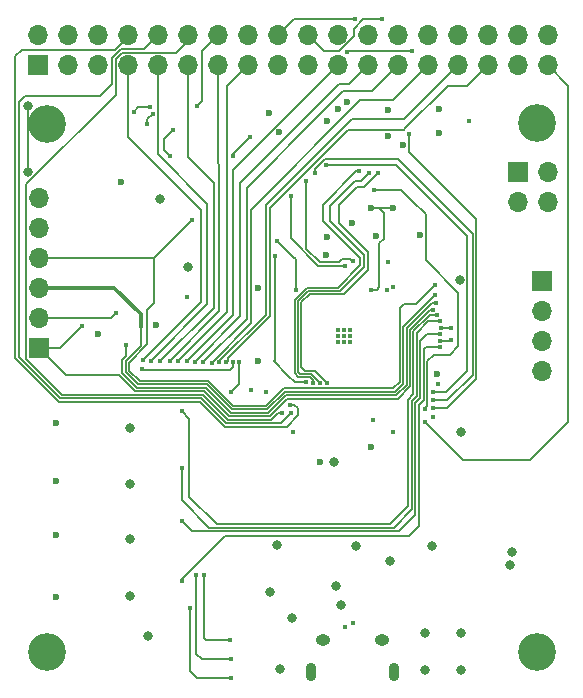
<source format=gbr>
%TF.GenerationSoftware,KiCad,Pcbnew,(5.1.7)-1*%
%TF.CreationDate,2020-10-28T20:28:28+01:00*%
%TF.ProjectId,f1c100s,66316331-3030-4732-9e6b-696361645f70,rev?*%
%TF.SameCoordinates,Original*%
%TF.FileFunction,Copper,L4,Bot*%
%TF.FilePolarity,Positive*%
%FSLAX46Y46*%
G04 Gerber Fmt 4.6, Leading zero omitted, Abs format (unit mm)*
G04 Created by KiCad (PCBNEW (5.1.7)-1) date 2020-10-28 20:28:28*
%MOMM*%
%LPD*%
G01*
G04 APERTURE LIST*
%TA.AperFunction,ComponentPad*%
%ADD10C,3.200000*%
%TD*%
%TA.AperFunction,ComponentPad*%
%ADD11O,1.700000X1.700000*%
%TD*%
%TA.AperFunction,ComponentPad*%
%ADD12R,1.700000X1.700000*%
%TD*%
%TA.AperFunction,ComponentPad*%
%ADD13O,0.890000X1.550000*%
%TD*%
%TA.AperFunction,ComponentPad*%
%ADD14O,1.250000X0.950000*%
%TD*%
%TA.AperFunction,ViaPad*%
%ADD15C,0.450000*%
%TD*%
%TA.AperFunction,ViaPad*%
%ADD16C,0.800000*%
%TD*%
%TA.AperFunction,ViaPad*%
%ADD17C,0.600000*%
%TD*%
%TA.AperFunction,Conductor*%
%ADD18C,0.200000*%
%TD*%
%TA.AperFunction,Conductor*%
%ADD19C,0.127000*%
%TD*%
%TA.AperFunction,Conductor*%
%ADD20C,0.300000*%
%TD*%
G04 APERTURE END LIST*
D10*
%TO.P,REF\u002A\u002A,1*%
%TO.N,GND*%
X190855600Y-97622360D03*
%TD*%
%TO.P,REF\u002A\u002A,*%
%TO.N,GND*%
X149418040Y-97693480D03*
%TD*%
%TO.P,REF\u002A\u002A,1*%
%TO.N,GND*%
X149418040Y-52948840D03*
%TD*%
%TO.P,REF\u002A\u002A,1*%
%TO.N,GND*%
X190855600Y-52877720D03*
%TD*%
D11*
%TO.P,J5,4*%
%TO.N,GND*%
X191325500Y-73875900D03*
%TO.P,J5,3*%
X191325500Y-71335900D03*
%TO.P,J5,2*%
%TO.N,UART0_TX*%
X191325500Y-68795900D03*
D12*
%TO.P,J5,1*%
%TO.N,UART0_RX*%
X191325500Y-66255900D03*
%TD*%
D11*
%TO.P,J4,4*%
%TO.N,TPX2*%
X191815720Y-59563000D03*
%TO.P,J4,3*%
%TO.N,TPY2*%
X189275720Y-59563000D03*
%TO.P,J4,2*%
%TO.N,TPX1*%
X191815720Y-57023000D03*
D12*
%TO.P,J4,1*%
%TO.N,TPY1*%
X189275720Y-57023000D03*
%TD*%
D11*
%TO.P,J2,36*%
%TO.N,GND*%
X191785240Y-45430440D03*
%TO.P,J2,35*%
%TO.N,LCD_D17*%
X191785240Y-47970440D03*
%TO.P,J2,34*%
%TO.N,GND*%
X189245240Y-45430440D03*
%TO.P,J2,33*%
%TO.N,LCD_D16*%
X189245240Y-47970440D03*
%TO.P,J2,32*%
%TO.N,GND*%
X186705240Y-45430440D03*
%TO.P,J2,31*%
%TO.N,LCD_D15*%
X186705240Y-47970440D03*
%TO.P,J2,30*%
%TO.N,+2V8*%
X184165240Y-45430440D03*
%TO.P,J2,29*%
%TO.N,LCD_D14*%
X184165240Y-47970440D03*
%TO.P,J2,28*%
%TO.N,+2V8*%
X181625240Y-45430440D03*
%TO.P,J2,27*%
%TO.N,LCD_D13*%
X181625240Y-47970440D03*
%TO.P,J2,26*%
%TO.N,+3V3*%
X179085240Y-45430440D03*
%TO.P,J2,25*%
%TO.N,LCD_D12*%
X179085240Y-47970440D03*
%TO.P,J2,24*%
%TO.N,+3V3*%
X176545240Y-45430440D03*
%TO.P,J2,23*%
%TO.N,LCD_D11*%
X176545240Y-47970440D03*
%TO.P,J2,22*%
%TO.N,+5V*%
X174005240Y-45430440D03*
%TO.P,J2,21*%
%TO.N,LCD_D10*%
X174005240Y-47970440D03*
%TO.P,J2,20*%
%TO.N,LCD_VSYNC*%
X171465240Y-45430440D03*
%TO.P,J2,19*%
%TO.N,LCD_D9*%
X171465240Y-47970440D03*
%TO.P,J2,18*%
%TO.N,LCD_HSYNC*%
X168925240Y-45430440D03*
%TO.P,J2,17*%
%TO.N,LCD_D8*%
X168925240Y-47970440D03*
%TO.P,J2,16*%
%TO.N,LCD_DE*%
X166385240Y-45430440D03*
%TO.P,J2,15*%
%TO.N,LCD_D7*%
X166385240Y-47970440D03*
%TO.P,J2,14*%
%TO.N,LCD_CLK*%
X163845240Y-45430440D03*
%TO.P,J2,13*%
%TO.N,LCD_D6*%
X163845240Y-47970440D03*
%TO.P,J2,12*%
%TO.N,LCD_D23*%
X161305240Y-45430440D03*
%TO.P,J2,11*%
%TO.N,LCD_D5*%
X161305240Y-47970440D03*
%TO.P,J2,10*%
%TO.N,LCD_D22*%
X158765240Y-45430440D03*
%TO.P,J2,9*%
%TO.N,LCD_D4*%
X158765240Y-47970440D03*
%TO.P,J2,8*%
%TO.N,LCD_D21*%
X156225240Y-45430440D03*
%TO.P,J2,7*%
%TO.N,LCD_D3*%
X156225240Y-47970440D03*
%TO.P,J2,6*%
%TO.N,LCD_D20*%
X153685240Y-45430440D03*
%TO.P,J2,5*%
%TO.N,LCD_D2*%
X153685240Y-47970440D03*
%TO.P,J2,4*%
%TO.N,LCD_D19*%
X151145240Y-45430440D03*
%TO.P,J2,3*%
%TO.N,LCD_D1*%
X151145240Y-47970440D03*
%TO.P,J2,2*%
%TO.N,LCD_D18*%
X148605240Y-45430440D03*
D12*
%TO.P,J2,1*%
%TO.N,LCD_D0*%
X148605240Y-47970440D03*
%TD*%
D11*
%TO.P,J3,6*%
%TO.N,GND*%
X148678900Y-59182000D03*
%TO.P,J3,5*%
X148678900Y-61722000D03*
%TO.P,J3,4*%
%TO.N,SPI0_MOSI*%
X148678900Y-64262000D03*
%TO.P,J3,3*%
%TO.N,SPI0_MISO*%
X148678900Y-66802000D03*
%TO.P,J3,2*%
%TO.N,SPI0_CS*%
X148678900Y-69342000D03*
D12*
%TO.P,J3,1*%
%TO.N,SPI0_CLK*%
X148678900Y-71882000D03*
%TD*%
D13*
%TO.P,J1,6*%
%TO.N,GND*%
X178734600Y-99369400D03*
X171734600Y-99369400D03*
D14*
X177734600Y-96669400D03*
X172734600Y-96669400D03*
%TD*%
D15*
%TO.N,GND*%
X174023400Y-70391400D03*
X174023400Y-70891400D03*
X175023400Y-70391400D03*
X174523400Y-70391400D03*
D16*
X173857920Y-92049600D03*
X168259760Y-92577920D03*
X156367480Y-78658720D03*
X156367480Y-83418680D03*
X156377640Y-88117680D03*
X156403040Y-92953840D03*
X161274760Y-65069720D03*
X158927800Y-59298840D03*
X184398920Y-79034640D03*
X184348120Y-66136520D03*
D17*
X182366920Y-74107040D03*
X176819560Y-80289400D03*
X172491400Y-81534000D03*
X180934360Y-62367160D03*
X177273275Y-62394155D03*
D15*
X176971960Y-78008480D03*
X185130440Y-52725320D03*
X175023400Y-70891400D03*
X175023400Y-71391400D03*
X174523400Y-71391400D03*
X174523400Y-70891400D03*
X174023400Y-71391400D03*
X161244280Y-67635120D03*
X166613840Y-75483720D03*
D16*
X188615320Y-90317320D03*
X178429920Y-89931240D03*
X170103800Y-94747080D03*
D17*
X174812960Y-51084480D03*
X179560440Y-54696360D03*
X168188640Y-52009040D03*
X168997403Y-53671243D03*
X173080680Y-62499240D03*
D16*
%TO.N,+1V2*%
X188732160Y-89148920D03*
X184444640Y-99146360D03*
D15*
X178236880Y-64597280D03*
X170205400Y-79029560D03*
X178658520Y-79049880D03*
D16*
%TO.N,+2V8*%
X175564800Y-88656160D03*
D17*
X173012100Y-64076580D03*
X182577740Y-53677820D03*
X182577740Y-51716940D03*
D16*
X181345840Y-96047560D03*
%TO.N,+2V5*%
X181985920Y-88671400D03*
X173695360Y-81610200D03*
X184444640Y-96047560D03*
%TO.N,+3V3*%
X168864280Y-88585040D03*
X157932120Y-96337120D03*
D17*
X167203120Y-73025000D03*
X167203120Y-66862960D03*
X175173640Y-61320680D03*
X153654760Y-70774560D03*
X158600140Y-69994780D03*
X155660090Y-57862470D03*
X178249580Y-53957220D03*
X178221640Y-51727100D03*
X150144480Y-78229460D03*
X150144480Y-83210400D03*
X150144480Y-87754460D03*
X150144480Y-93004640D03*
D16*
X181345840Y-99146360D03*
D15*
X182448200Y-74970640D03*
%TO.N,/MPU/TV_VRP*%
X174619920Y-64963040D03*
X170027600Y-59060080D03*
%TO.N,/MPU/TV_VRN*%
X175265080Y-64591580D03*
X171338240Y-57795160D03*
D17*
%TO.N,Net-(C22-Pad1)*%
X176773840Y-60071000D03*
X178704240Y-60040520D03*
D15*
X176824640Y-66989960D03*
D16*
%TO.N,+5V*%
X174249080Y-93700600D03*
X169138600Y-99085400D03*
D17*
X173080680Y-52679600D03*
X174056040Y-51704240D03*
D15*
%TO.N,DEBUG_SW4*%
X182641240Y-71826120D03*
X160827720Y-91673680D03*
%TO.N,DEBUG_SW3*%
X182625625Y-70746341D03*
X160776920Y-86588600D03*
%TO.N,DEBUG_SW2*%
X160787080Y-82047080D03*
X182625740Y-69666392D03*
%TO.N,DEBUG_SW1*%
X182356760Y-69164200D03*
X160787080Y-77261720D03*
%TO.N,SPI0_MOSI*%
X182239920Y-66568320D03*
X161625280Y-61097160D03*
%TO.N,SPI0_MISO*%
X182219600Y-67437000D03*
X157312360Y-70078600D03*
%TO.N,SPI0_CS*%
X155209240Y-68955920D03*
X182331360Y-68092320D03*
X156093160Y-71683880D03*
%TO.N,SPI0_CLK*%
X182082440Y-68681600D03*
X152328540Y-70027800D03*
%TO.N,LCD_D0*%
X182077360Y-75651360D03*
X173009560Y-56464200D03*
X158089600Y-51541680D03*
X156738320Y-51897280D03*
%TO.N,LCD_D1*%
X182077360Y-76357480D03*
X172044360Y-57124600D03*
X166542720Y-54074400D03*
X165145720Y-55704400D03*
X160030160Y-53436520D03*
X159816800Y-55704400D03*
%TO.N,LCD_D8*%
X182057040Y-77017880D03*
X180050440Y-53817520D03*
X180284120Y-46802040D03*
X174802800Y-46863000D03*
%TO.N,LCD_D9*%
X181356000Y-77063600D03*
X177078640Y-58526680D03*
%TO.N,LCD_D16*%
X182082440Y-77729080D03*
%TO.N,LCD_D17*%
X181416960Y-78201520D03*
%TO.N,DEBUG_LED1*%
X164881560Y-96672400D03*
X162666680Y-91109800D03*
%TO.N,DEBUG_LED2*%
X164957760Y-98267520D03*
X162016440Y-91175840D03*
%TO.N,DEBUG_LED3*%
X164922200Y-99900400D03*
X161447480Y-93903800D03*
%TO.N,LCD_VSYNC*%
X173126400Y-74884280D03*
X177373280Y-57073800D03*
X177779680Y-44094400D03*
%TO.N,LCD_HSYNC*%
X172501560Y-74858880D03*
X176626520Y-57094120D03*
X175442880Y-44089320D03*
%TO.N,LCD_DE*%
X171912280Y-74863960D03*
X175803560Y-56962040D03*
%TO.N,LCD_CLK*%
X171312840Y-74838560D03*
X157861000Y-52938680D03*
X158338520Y-52075080D03*
X162077400Y-51435000D03*
X168716960Y-64129920D03*
%TO.N,LCD_D23*%
X169285920Y-77403960D03*
%TO.N,LCD_D22*%
X170017440Y-77419200D03*
%TO.N,LCD_D21*%
X169941240Y-76708000D03*
%TO.N,LCD_D20*%
X167899080Y-75641200D03*
D16*
X147736560Y-57038240D03*
X147787360Y-51435000D03*
D15*
%TO.N,LCD_D19*%
X165663880Y-73131680D03*
X164942520Y-75671680D03*
%TO.N,LCD_D18*%
X165105080Y-73131680D03*
X157388560Y-73670160D03*
%TO.N,LCD_D15*%
X164531040Y-73106280D03*
%TO.N,LCD_D14*%
X163972240Y-73116440D03*
%TO.N,LCD_D13*%
X163306760Y-73152000D03*
%TO.N,LCD_D12*%
X162605720Y-73101200D03*
%TO.N,LCD_D11*%
X161914840Y-73070720D03*
%TO.N,LCD_D10*%
X161203640Y-73045320D03*
%TO.N,LCD_D7*%
X160492440Y-73004680D03*
%TO.N,LCD_D6*%
X159776160Y-72984360D03*
%TO.N,LCD_D5*%
X158937960Y-73035160D03*
%TO.N,LCD_D4*%
X158186120Y-73004680D03*
%TO.N,LCD_D3*%
X157490160Y-72958960D03*
%TO.N,LCD_D2*%
X168838880Y-62829440D03*
X170423840Y-67045840D03*
%TO.N,UART0_RX*%
X182731500Y-70200520D03*
X183545480Y-70185280D03*
%TO.N,UART0_TX*%
X182641240Y-71286117D03*
X183545480Y-71277480D03*
%TO.N,USB_P*%
X178155600Y-66974720D03*
X175254920Y-95209360D03*
%TO.N,USB_N*%
X178704240Y-66751200D03*
X174579280Y-95549720D03*
%TD*%
D18*
%TO.N,/MPU/TV_VRP*%
X174619920Y-64963040D02*
X172354240Y-64963040D01*
X170027600Y-62636400D02*
X170027600Y-59060080D01*
X172354240Y-64963040D02*
X170027600Y-62636400D01*
%TO.N,/MPU/TV_VRN*%
X174373099Y-64366581D02*
X174076360Y-64663320D01*
X175040081Y-64366581D02*
X174373099Y-64366581D01*
X175265080Y-64591580D02*
X175040081Y-64366581D01*
X172770800Y-64658240D02*
X172459576Y-64658240D01*
X172775880Y-64663320D02*
X172770800Y-64658240D01*
X174076360Y-64663320D02*
X172775880Y-64663320D01*
X171338240Y-63536904D02*
X171338240Y-57795160D01*
X172459576Y-64658240D02*
X171338240Y-63536904D01*
%TO.N,Net-(C22-Pad1)*%
X178673760Y-60071000D02*
X178704240Y-60040520D01*
X177873276Y-60489716D02*
X177873276Y-62682156D01*
X177873276Y-62682156D02*
X177505699Y-63049733D01*
X177454560Y-60071000D02*
X177873276Y-60489716D01*
X176773840Y-60071000D02*
X177454560Y-60071000D01*
X177454560Y-60071000D02*
X178673760Y-60071000D01*
D19*
X176945461Y-66869139D02*
X176824640Y-66989960D01*
X176824640Y-66989960D02*
X177307240Y-66989960D01*
X177505699Y-66791501D02*
X177505699Y-63049733D01*
X177307240Y-66989960D02*
X177505699Y-66791501D01*
D18*
%TO.N,DEBUG_SW4*%
X160827720Y-91450160D02*
X160827720Y-91673680D01*
X162913060Y-89364820D02*
X160827720Y-91450160D01*
X163052760Y-89225120D02*
X162913060Y-89364820D01*
X181475536Y-71826120D02*
X182641240Y-71826120D01*
X181272336Y-72029320D02*
X181475536Y-71826120D01*
X181272335Y-76359865D02*
X181272336Y-72029320D01*
X180853080Y-76779120D02*
X181272335Y-76359865D01*
X180853080Y-86989920D02*
X180853080Y-76779120D01*
X180019960Y-87823040D02*
X180853080Y-86989920D01*
X164454840Y-87823040D02*
X180019960Y-87823040D01*
X162913060Y-89364820D02*
X164454840Y-87823040D01*
%TO.N,DEBUG_SW3*%
X181523626Y-70746341D02*
X182625625Y-70746341D01*
X180982327Y-71287640D02*
X181523626Y-70746341D01*
X180538120Y-76616560D02*
X180982326Y-76172354D01*
X180538120Y-86065360D02*
X180538120Y-76616560D01*
X179151280Y-87452200D02*
X180538120Y-86065360D01*
X180982326Y-76172354D02*
X180982327Y-71287640D01*
X161640520Y-87452200D02*
X179151280Y-87452200D01*
X160776920Y-86588600D02*
X161640520Y-87452200D01*
%TO.N,DEBUG_SW2*%
X180253640Y-76433680D02*
X180253640Y-85303360D01*
X180692317Y-75995003D02*
X180253640Y-76433680D01*
X180692317Y-75470419D02*
X180692317Y-75995003D01*
X180692317Y-70639339D02*
X180692317Y-75470419D01*
X181665264Y-69666392D02*
X180692317Y-70639339D01*
X182625740Y-69666392D02*
X181665264Y-69666392D01*
X178719480Y-87116920D02*
X180248110Y-85588290D01*
X180248110Y-85588290D02*
X180248110Y-85303360D01*
X163098480Y-87116920D02*
X178719480Y-87116920D01*
X160787080Y-84805520D02*
X163098480Y-87116920D01*
X160787080Y-82047080D02*
X160787080Y-84805520D01*
%TO.N,DEBUG_SW1*%
X161422080Y-84495640D02*
X161422080Y-77896720D01*
X161422080Y-77896720D02*
X160787080Y-77261720D01*
X163763960Y-86837520D02*
X161422080Y-84495640D01*
X178308000Y-86837520D02*
X163763960Y-86837520D01*
X160934400Y-77261720D02*
X160787080Y-77261720D01*
X178379570Y-86826910D02*
X178308000Y-86826910D01*
X179928520Y-85277960D02*
X178379570Y-86826910D01*
X179928520Y-76291440D02*
X179928520Y-85277960D01*
X180402307Y-75817653D02*
X179928520Y-76291440D01*
X181743606Y-69177914D02*
X180402308Y-70519212D01*
X180402308Y-70519212D02*
X180402307Y-75817653D01*
X181743606Y-69164200D02*
X181743606Y-69177914D01*
X182356760Y-69164200D02*
X181743606Y-69164200D01*
%TO.N,SPI0_MOSI*%
X158460440Y-64262000D02*
X161625280Y-61097160D01*
X148678900Y-64262000D02*
X158460440Y-64262000D01*
X158460440Y-68143120D02*
X158460440Y-64262000D01*
X157886400Y-68717160D02*
X158460440Y-68143120D01*
X157886400Y-71617840D02*
X157886400Y-68717160D01*
X182239920Y-66568320D02*
X180629560Y-68178680D01*
X178711114Y-75335950D02*
X174226348Y-75335950D01*
X156337000Y-73827640D02*
X156337000Y-73167240D01*
X180629560Y-68178680D02*
X179608480Y-68178680D01*
X157226000Y-74716640D02*
X156337000Y-73827640D01*
X179242270Y-74804794D02*
X178711114Y-75335950D01*
X156337000Y-73167240D02*
X157886400Y-71617840D01*
X174189679Y-75299281D02*
X169409399Y-75299281D01*
X179242270Y-68544890D02*
X179242270Y-74804794D01*
X167878760Y-76829920D02*
X165160960Y-76829920D01*
X179608480Y-68178680D02*
X179242270Y-68544890D01*
X169409399Y-75299281D02*
X167878760Y-76829920D01*
X165160960Y-76829920D02*
X163047680Y-74716640D01*
X174226348Y-75335950D02*
X174189679Y-75299281D01*
X163047680Y-74716640D02*
X157226000Y-74716640D01*
D20*
%TO.N,SPI0_MISO*%
X157312360Y-70078600D02*
X157312360Y-69021960D01*
X155092400Y-66802000D02*
X148678900Y-66802000D01*
X157312360Y-69021960D02*
X155092400Y-66802000D01*
D18*
X156046991Y-73047113D02*
X157312360Y-71781744D01*
X157312360Y-70078600D02*
X157312360Y-71018400D01*
X157312360Y-71018400D02*
X157312360Y-71328280D01*
X182219600Y-67437000D02*
X182219600Y-67457798D01*
X182219600Y-67457798D02*
X179532280Y-70145118D01*
X179532280Y-74924920D02*
X178831240Y-75625960D01*
X157105873Y-75006649D02*
X156046990Y-73947766D01*
X179532280Y-70145118D02*
X179532280Y-74924920D01*
X178831240Y-75625960D02*
X169492856Y-75625960D01*
X169492856Y-75625960D02*
X167998886Y-77119930D01*
X167998886Y-77119930D02*
X165040833Y-77119929D01*
X165040833Y-77119929D02*
X162927554Y-75006650D01*
X162927554Y-75006650D02*
X157105873Y-75006649D01*
X157312360Y-71781744D02*
X157312360Y-71018400D01*
X156046990Y-73947766D02*
X156046991Y-73047113D01*
%TO.N,SPI0_CS*%
X154823160Y-69342000D02*
X148678900Y-69342000D01*
X155209240Y-68955920D02*
X154823160Y-69342000D01*
X182331360Y-68092320D02*
X181995214Y-68092320D01*
X181995214Y-68092320D02*
X179822290Y-70265244D01*
X179822289Y-75045047D02*
X178951366Y-75915970D01*
X179822290Y-70265244D02*
X179822289Y-75045047D01*
X178951366Y-75915970D02*
X169612982Y-75915970D01*
X169612982Y-75915970D02*
X168119011Y-77409939D01*
X168119011Y-77409939D02*
X164920706Y-77409938D01*
X164920706Y-77409938D02*
X162807427Y-75296659D01*
X155756981Y-74067891D02*
X155756981Y-72924299D01*
X156985746Y-75296658D02*
X155756981Y-74067891D01*
X162807427Y-75296659D02*
X156985746Y-75296658D01*
X156093160Y-72588120D02*
X156093160Y-71683880D01*
X155756981Y-72924299D02*
X156093160Y-72588120D01*
%TO.N,SPI0_CLK*%
X155466971Y-74188017D02*
X150984917Y-74188017D01*
X156865619Y-75586666D02*
X155466971Y-74188017D01*
X168239136Y-77699948D02*
X164800579Y-77699947D01*
X169733107Y-76205980D02*
X168239136Y-77699948D01*
X179071492Y-76205980D02*
X169733107Y-76205980D01*
X180112298Y-75165174D02*
X179071492Y-76205980D01*
X150984917Y-74188017D02*
X148678900Y-71882000D01*
X180112299Y-70385371D02*
X180112298Y-75165174D01*
X164800579Y-77699947D02*
X162687300Y-75586668D01*
X181816070Y-68681600D02*
X180112299Y-70385371D01*
X162687300Y-75586668D02*
X156865619Y-75586666D01*
X182082440Y-68681600D02*
X181816070Y-68681600D01*
X150474340Y-71882000D02*
X152328540Y-70027800D01*
X148678900Y-71882000D02*
X150474340Y-71882000D01*
%TO.N,LCD_D0*%
X182077360Y-75651360D02*
X183134000Y-75651360D01*
X184938121Y-73847239D02*
X184938121Y-62921601D01*
X183134000Y-75651360D02*
X184938121Y-73847239D01*
X184938121Y-62921601D02*
X184938121Y-62449161D01*
X178953160Y-56464200D02*
X173009560Y-56464200D01*
X184938121Y-62449161D02*
X178953160Y-56464200D01*
X157093920Y-51541680D02*
X156738320Y-51897280D01*
X158089600Y-51541680D02*
X157093920Y-51541680D01*
%TO.N,LCD_D1*%
X182077360Y-76357480D02*
X183276240Y-76357480D01*
X183276240Y-76357480D02*
X185450480Y-74183240D01*
X185450480Y-74183240D02*
X185450480Y-62235080D01*
X179110640Y-55895240D02*
X174635160Y-55895240D01*
X185450480Y-62235080D02*
X179110640Y-55895240D01*
X174635160Y-55895240D02*
X172923200Y-55895240D01*
X172044360Y-56774080D02*
X172044360Y-57124600D01*
X172923200Y-55895240D02*
X172044360Y-56774080D01*
X165145720Y-55471400D02*
X165145720Y-55704400D01*
X166542720Y-54074400D02*
X165145720Y-55471400D01*
X160030160Y-53436520D02*
X159273240Y-54193440D01*
X159273240Y-55160840D02*
X159816800Y-55704400D01*
X159273240Y-54193440D02*
X159273240Y-55160840D01*
%TO.N,LCD_D8*%
X182057040Y-77017880D02*
X183255920Y-77017880D01*
X185740490Y-74533310D02*
X185740490Y-61031570D01*
X183255920Y-77017880D02*
X185740490Y-74533310D01*
X180050440Y-55341520D02*
X180050440Y-53817520D01*
X185740490Y-61031570D02*
X180050440Y-55341520D01*
D19*
X174863760Y-46802040D02*
X174802800Y-46863000D01*
X180284120Y-46802040D02*
X174863760Y-46802040D01*
D18*
%TO.N,LCD_D9*%
X181580999Y-76838601D02*
X181580999Y-73003201D01*
X181356000Y-77063600D02*
X181580999Y-76838601D01*
X181580999Y-73003201D02*
X182112920Y-72471280D01*
X182112920Y-72471280D02*
X183489600Y-72471280D01*
X183489600Y-72471280D02*
X184210960Y-71749920D01*
X184210960Y-71749920D02*
X184210960Y-67249040D01*
X181424361Y-64462441D02*
X181424361Y-60799761D01*
X184210960Y-67249040D02*
X181424361Y-64462441D01*
X181424361Y-60799761D02*
X181424361Y-60591481D01*
X181424361Y-60591481D02*
X180187600Y-59354720D01*
X179359560Y-58526680D02*
X177078640Y-58526680D01*
X180187600Y-59354720D02*
X179359560Y-58526680D01*
%TO.N,LCD_D17*%
X181416960Y-78201520D02*
X184617360Y-81401920D01*
X184617360Y-81401920D02*
X190271400Y-81401920D01*
X190271400Y-81401920D02*
X193512440Y-78160880D01*
X193512440Y-49697640D02*
X191785240Y-47970440D01*
X193512440Y-78160880D02*
X193512440Y-49697640D01*
%TO.N,DEBUG_LED1*%
X162666680Y-91109800D02*
X162666680Y-96489520D01*
X162849560Y-96672400D02*
X164881560Y-96672400D01*
X162666680Y-96489520D02*
X162849560Y-96672400D01*
%TO.N,DEBUG_LED2*%
X164957760Y-98267520D02*
X162488880Y-98267520D01*
X162488880Y-98267520D02*
X162031680Y-97810320D01*
X162031680Y-91191080D02*
X162016440Y-91175840D01*
X162031680Y-97810320D02*
X162031680Y-91191080D01*
%TO.N,DEBUG_LED3*%
X161447480Y-93903800D02*
X161447480Y-99303840D01*
X162044040Y-99900400D02*
X164922200Y-99900400D01*
X161447480Y-99303840D02*
X162044040Y-99900400D01*
D19*
%TO.N,LCD_VSYNC*%
X176565560Y-65303400D02*
X176565560Y-63820040D01*
X176565560Y-63820040D02*
X174071280Y-61325760D01*
X174071280Y-61325760D02*
X174071280Y-59806840D01*
X174071280Y-59806840D02*
X175610520Y-58267600D01*
X175610520Y-58267600D02*
X176245520Y-58267600D01*
X177373280Y-57139840D02*
X177373280Y-57073800D01*
X176245520Y-58267600D02*
X177373280Y-57139840D01*
X172816520Y-46781720D02*
X171465240Y-45430440D01*
X174139142Y-46781720D02*
X172816520Y-46781720D01*
X175376840Y-45544022D02*
X174139142Y-46781720D01*
X175376840Y-44871640D02*
X175376840Y-45544022D01*
X176154080Y-44094400D02*
X175376840Y-44871640D01*
X177779680Y-44094400D02*
X176154080Y-44094400D01*
X173126400Y-74884280D02*
X172074840Y-73832720D01*
X171231560Y-73832720D02*
X170921680Y-73522840D01*
X172074840Y-73832720D02*
X171231560Y-73832720D01*
X170921680Y-73522840D02*
X170921680Y-68061840D01*
X170921680Y-68061840D02*
X171643040Y-67340480D01*
X174528480Y-67340480D02*
X176565560Y-65303400D01*
X171643040Y-67340480D02*
X174528480Y-67340480D01*
%TO.N,LCD_HSYNC*%
X176215040Y-65064640D02*
X176215040Y-64028320D01*
X176215040Y-64028320D02*
X173334680Y-61147960D01*
X173334680Y-61147960D02*
X173334680Y-59898280D01*
X173334680Y-59898280D02*
X175442880Y-57790080D01*
X175930560Y-57790080D02*
X176626520Y-57094120D01*
X175442880Y-57790080D02*
X175930560Y-57790080D01*
X170266360Y-44089320D02*
X168925240Y-45430440D01*
X175442880Y-44089320D02*
X170266360Y-44089320D01*
X172501560Y-74858880D02*
X171749720Y-74107040D01*
X171749720Y-74107040D02*
X170789600Y-74107040D01*
X170789600Y-74107040D02*
X170616880Y-73934320D01*
X170616880Y-73934320D02*
X170616880Y-67955160D01*
X170616880Y-67955160D02*
X171516040Y-67056000D01*
X174223680Y-67056000D02*
X176215040Y-65064640D01*
X171516040Y-67056000D02*
X174223680Y-67056000D01*
%TO.N,LCD_DE*%
X171414440Y-66812160D02*
X173974760Y-66812160D01*
X173974760Y-66812160D02*
X175874680Y-64912240D01*
X170383200Y-67843400D02*
X171414440Y-66812160D01*
X170383200Y-74076560D02*
X170383200Y-67843400D01*
X170662600Y-74355960D02*
X170383200Y-74076560D01*
X171627800Y-74355960D02*
X170662600Y-74355960D01*
X171912280Y-74640440D02*
X171627800Y-74355960D01*
X171912280Y-74863960D02*
X171912280Y-74640440D01*
X172714920Y-59771280D02*
X175524160Y-56962040D01*
X175524160Y-56962040D02*
X175803560Y-56962040D01*
X172714920Y-61127640D02*
X172714920Y-59771280D01*
X175874680Y-64287400D02*
X172714920Y-61127640D01*
X175874680Y-64912240D02*
X175874680Y-64287400D01*
%TO.N,LCD_CLK*%
X171312840Y-74838560D02*
X170383200Y-74838560D01*
X170383200Y-74838560D02*
X169793920Y-74249280D01*
X157861000Y-52552600D02*
X158338520Y-52075080D01*
X157861000Y-52938680D02*
X157861000Y-52552600D01*
X162077400Y-51435000D02*
X162529520Y-50982880D01*
X162529520Y-46746160D02*
X163845240Y-45430440D01*
X162529520Y-50982880D02*
X162529520Y-46746160D01*
X169793920Y-74249280D02*
X168605200Y-73060560D01*
X168716960Y-72948800D02*
X168716960Y-64129920D01*
X168605200Y-73060560D02*
X168716960Y-72948800D01*
D18*
%TO.N,LCD_D23*%
X168963191Y-77386030D02*
X168958110Y-77391110D01*
X168981114Y-77403960D02*
X168963191Y-77386030D01*
X169285920Y-77403960D02*
X168981114Y-77403960D01*
X168958110Y-77391110D02*
X168359261Y-77989957D01*
X168359261Y-77989957D02*
X164680452Y-77989956D01*
X155185239Y-47471239D02*
X155726039Y-46930439D01*
X155185239Y-50462763D02*
X155185239Y-47471239D01*
X147638899Y-58009103D02*
X155185239Y-50462763D01*
X155726039Y-46930439D02*
X160270319Y-46930439D01*
X147638899Y-72884001D02*
X147638899Y-58009103D01*
X150631575Y-75876677D02*
X147638899Y-72884001D01*
X162567173Y-75876677D02*
X150631575Y-75876677D01*
X164680452Y-77989956D02*
X162567173Y-75876677D01*
X161305240Y-45895518D02*
X161305240Y-45430440D01*
X160270319Y-46930439D02*
X161305240Y-45895518D01*
%TO.N,LCD_D22*%
X157555251Y-46640429D02*
X158765240Y-45430440D01*
X155605913Y-46640429D02*
X157555251Y-46640429D01*
X170017440Y-77419200D02*
X169156674Y-78279966D01*
X147025360Y-72680598D02*
X147025360Y-56774080D01*
X169156674Y-78279966D02*
X164560325Y-78279965D01*
X164560325Y-78279965D02*
X162447047Y-76166687D01*
X162447047Y-76166687D02*
X150511448Y-76166686D01*
X154895229Y-49600171D02*
X154895230Y-47351112D01*
X150511448Y-76166686D02*
X147025360Y-72680598D01*
X147030440Y-51125120D02*
X147553680Y-50601880D01*
X147025360Y-56774080D02*
X147030440Y-56769000D01*
X147553680Y-50601880D02*
X153893520Y-50601880D01*
X147030440Y-56769000D02*
X147030440Y-51125120D01*
X153893520Y-50601880D02*
X154895229Y-49600171D01*
X154895230Y-47351112D02*
X155605913Y-46640429D01*
%TO.N,LCD_D21*%
X169941240Y-76708000D02*
X170332400Y-76708000D01*
X170332400Y-76708000D02*
X170642280Y-77017880D01*
X170642280Y-77017880D02*
X170642280Y-77607160D01*
X170642280Y-77607160D02*
X169679465Y-78569975D01*
X169679465Y-78569975D02*
X164440198Y-78569974D01*
X164440198Y-78569974D02*
X162326920Y-76456696D01*
X162326920Y-76456696D02*
X150391321Y-76456695D01*
X150391321Y-76456695D02*
X146674840Y-72740214D01*
X146674840Y-47213520D02*
X147228560Y-46659800D01*
X146674840Y-72740214D02*
X146674840Y-47213520D01*
X156225240Y-45610966D02*
X156225240Y-45430440D01*
X155176406Y-46659800D02*
X156225240Y-45610966D01*
X147228560Y-46659800D02*
X155176406Y-46659800D01*
%TO.N,LCD_D20*%
X147736560Y-51485800D02*
X147787360Y-51435000D01*
X147736560Y-57038240D02*
X147736560Y-51485800D01*
%TO.N,LCD_D19*%
X165663880Y-74950320D02*
X164942520Y-75671680D01*
X165663880Y-73131680D02*
X165663880Y-74950320D01*
%TO.N,LCD_D18*%
X165105080Y-73131680D02*
X165105080Y-73522840D01*
X165105080Y-73522840D02*
X164876480Y-73751440D01*
X157469840Y-73751440D02*
X157388560Y-73670160D01*
X164876480Y-73751440D02*
X157469840Y-73751440D01*
%TO.N,LCD_D15*%
X164690079Y-72743175D02*
X168239440Y-69193814D01*
X164690079Y-73033601D02*
X164690079Y-72743175D01*
X164617400Y-73106280D02*
X164690079Y-73033601D01*
X164531040Y-73106280D02*
X164617400Y-73106280D01*
X168239440Y-69193814D02*
X168239440Y-60050680D01*
X174822901Y-53467219D02*
X179628581Y-53467219D01*
X168239440Y-60050680D02*
X174822901Y-53467219D01*
X179628581Y-53467219D02*
X179628581Y-53411339D01*
X179628581Y-53411339D02*
X183291480Y-49748440D01*
X184927240Y-49748440D02*
X186705240Y-47970440D01*
X183291480Y-49748440D02*
X184927240Y-49748440D01*
%TO.N,LCD_D14*%
X163972240Y-73050878D02*
X167894000Y-69129118D01*
X163972240Y-73116440D02*
X163972240Y-73050878D01*
X167894000Y-69129118D02*
X167894000Y-59822080D01*
X167894000Y-59822080D02*
X175193960Y-52522120D01*
X179613560Y-52522120D02*
X184165240Y-47970440D01*
X175193960Y-52522120D02*
X179613560Y-52522120D01*
%TO.N,LCD_D13*%
X163306760Y-73152000D02*
X166669720Y-69789040D01*
X166669720Y-69789040D02*
X166669720Y-60198000D01*
X166669720Y-60198000D02*
X175910240Y-50957480D01*
X178638200Y-50957480D02*
X181625240Y-47970440D01*
X175910240Y-50957480D02*
X178638200Y-50957480D01*
%TO.N,LCD_D12*%
X162605720Y-73101200D02*
X166273480Y-69433440D01*
X166273480Y-69433440D02*
X166273480Y-58343800D01*
X172427681Y-52189599D02*
X172427681Y-52184519D01*
X166273480Y-58343800D02*
X172427681Y-52189599D01*
X172427681Y-52184519D02*
X174457360Y-50154840D01*
X176900840Y-50154840D02*
X179085240Y-47970440D01*
X174457360Y-50154840D02*
X176900840Y-50154840D01*
%TO.N,LCD_D11*%
X161914840Y-73070720D02*
X165735000Y-69250560D01*
X165735000Y-69250560D02*
X165735000Y-57947560D01*
X165735000Y-57947560D02*
X174127160Y-49555400D01*
X174960280Y-49555400D02*
X176545240Y-47970440D01*
X174127160Y-49555400D02*
X174960280Y-49555400D01*
%TO.N,LCD_D10*%
X161203640Y-73045320D02*
X165140640Y-69108320D01*
X165140640Y-56835040D02*
X174005240Y-47970440D01*
X165140640Y-69108320D02*
X165140640Y-56835040D01*
%TO.N,LCD_D7*%
X160492440Y-73004680D02*
X164597080Y-68900040D01*
X164597080Y-49758600D02*
X166385240Y-47970440D01*
X164597080Y-68900040D02*
X164597080Y-49758600D01*
%TO.N,LCD_D6*%
X159776160Y-72984360D02*
X163972240Y-68788280D01*
X163972240Y-68788280D02*
X163972240Y-56393080D01*
X163845240Y-56266080D02*
X163845240Y-47970440D01*
X163972240Y-56393080D02*
X163845240Y-56266080D01*
%TO.N,LCD_D5*%
X158937960Y-73035160D02*
X163479480Y-68493640D01*
X163479480Y-68493640D02*
X163479480Y-57952640D01*
X161305240Y-55778400D02*
X161305240Y-47970440D01*
X163479480Y-57952640D02*
X161305240Y-55778400D01*
%TO.N,LCD_D4*%
X158186120Y-73004680D02*
X162966400Y-68224400D01*
X162966400Y-68224400D02*
X162966400Y-59715400D01*
X158765240Y-55514240D02*
X158765240Y-47970440D01*
X162966400Y-59715400D02*
X158765240Y-55514240D01*
%TO.N,LCD_D3*%
X157490160Y-72958960D02*
X161930080Y-68519040D01*
X161930080Y-68519040D02*
X161940240Y-68519040D01*
X161940240Y-68519040D02*
X162397440Y-68061840D01*
X162397440Y-68061840D02*
X162397440Y-60213240D01*
X156225240Y-54041040D02*
X156225240Y-47970440D01*
X162397440Y-60213240D02*
X156225240Y-54041040D01*
%TO.N,LCD_D2*%
X170423840Y-64414400D02*
X170207940Y-64198500D01*
X170423840Y-67045840D02*
X170423840Y-64414400D01*
X170207940Y-64198500D02*
X168838880Y-62829440D01*
%TO.N,UART0_RX*%
X183530240Y-70200520D02*
X183545480Y-70185280D01*
X182731500Y-70200520D02*
X183530240Y-70200520D01*
%TO.N,UART0_TX*%
X183536843Y-71286117D02*
X183545480Y-71277480D01*
X182641240Y-71286117D02*
X183536843Y-71286117D01*
%TD*%
M02*

</source>
